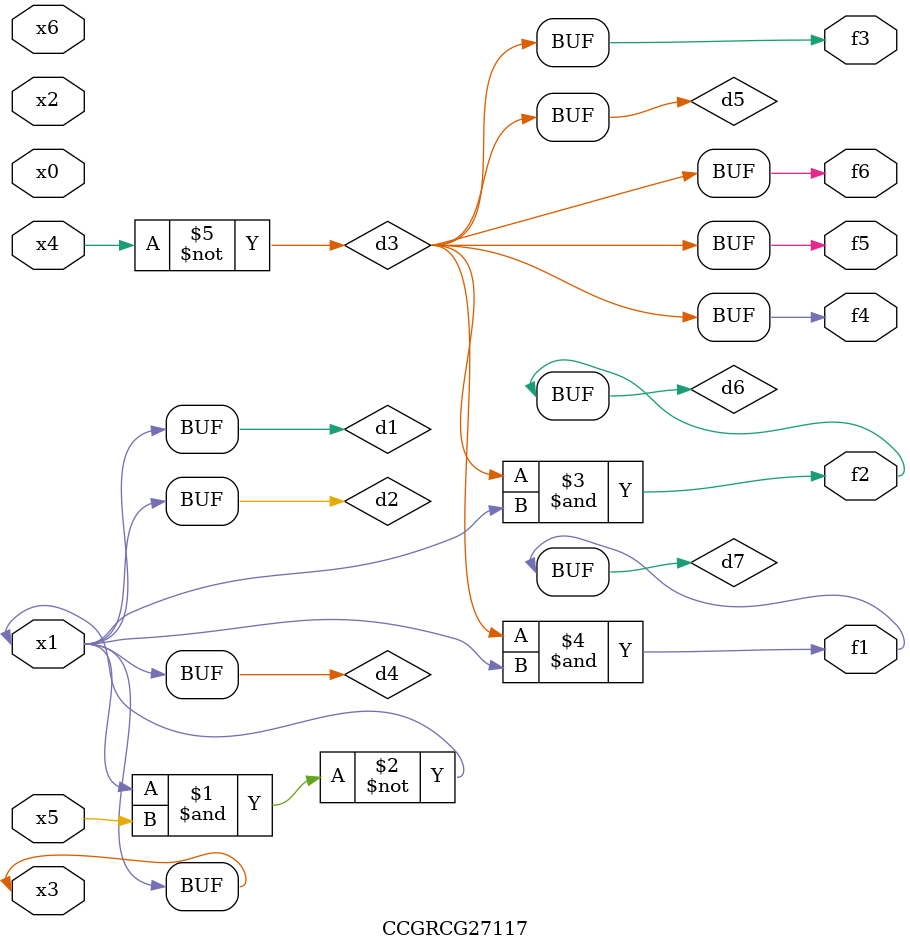
<source format=v>
module CCGRCG27117(
	input x0, x1, x2, x3, x4, x5, x6,
	output f1, f2, f3, f4, f5, f6
);

	wire d1, d2, d3, d4, d5, d6, d7;

	buf (d1, x1, x3);
	nand (d2, x1, x5);
	not (d3, x4);
	buf (d4, d1, d2);
	buf (d5, d3);
	and (d6, d3, d4);
	and (d7, d3, d4);
	assign f1 = d7;
	assign f2 = d6;
	assign f3 = d5;
	assign f4 = d5;
	assign f5 = d5;
	assign f6 = d5;
endmodule

</source>
